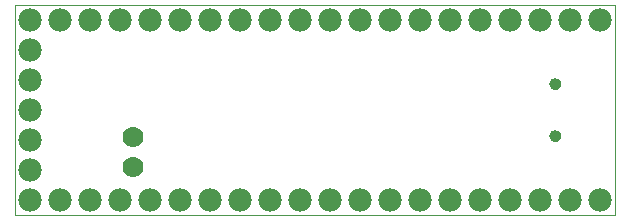
<source format=gbs>
G75*
G70*
%OFA0B0*%
%FSLAX24Y24*%
%IPPOS*%
%LPD*%
%AMOC8*
5,1,8,0,0,1.08239X$1,22.5*
%
%ADD10C,0.0000*%
%ADD11C,0.0394*%
%ADD12C,0.0700*%
%ADD13C,0.0780*%
D10*
X001050Y000150D02*
X001050Y007150D01*
X021050Y007150D01*
X021050Y000150D01*
X001050Y000150D01*
X018873Y002784D02*
X018875Y002810D01*
X018881Y002836D01*
X018891Y002861D01*
X018904Y002884D01*
X018920Y002904D01*
X018940Y002922D01*
X018962Y002937D01*
X018985Y002949D01*
X019011Y002957D01*
X019037Y002961D01*
X019063Y002961D01*
X019089Y002957D01*
X019115Y002949D01*
X019139Y002937D01*
X019160Y002922D01*
X019180Y002904D01*
X019196Y002884D01*
X019209Y002861D01*
X019219Y002836D01*
X019225Y002810D01*
X019227Y002784D01*
X019225Y002758D01*
X019219Y002732D01*
X019209Y002707D01*
X019196Y002684D01*
X019180Y002664D01*
X019160Y002646D01*
X019138Y002631D01*
X019115Y002619D01*
X019089Y002611D01*
X019063Y002607D01*
X019037Y002607D01*
X019011Y002611D01*
X018985Y002619D01*
X018961Y002631D01*
X018940Y002646D01*
X018920Y002664D01*
X018904Y002684D01*
X018891Y002707D01*
X018881Y002732D01*
X018875Y002758D01*
X018873Y002784D01*
X018873Y004516D02*
X018875Y004542D01*
X018881Y004568D01*
X018891Y004593D01*
X018904Y004616D01*
X018920Y004636D01*
X018940Y004654D01*
X018962Y004669D01*
X018985Y004681D01*
X019011Y004689D01*
X019037Y004693D01*
X019063Y004693D01*
X019089Y004689D01*
X019115Y004681D01*
X019139Y004669D01*
X019160Y004654D01*
X019180Y004636D01*
X019196Y004616D01*
X019209Y004593D01*
X019219Y004568D01*
X019225Y004542D01*
X019227Y004516D01*
X019225Y004490D01*
X019219Y004464D01*
X019209Y004439D01*
X019196Y004416D01*
X019180Y004396D01*
X019160Y004378D01*
X019138Y004363D01*
X019115Y004351D01*
X019089Y004343D01*
X019063Y004339D01*
X019037Y004339D01*
X019011Y004343D01*
X018985Y004351D01*
X018961Y004363D01*
X018940Y004378D01*
X018920Y004396D01*
X018904Y004416D01*
X018891Y004439D01*
X018881Y004464D01*
X018875Y004490D01*
X018873Y004516D01*
D11*
X019050Y004516D03*
X019050Y002784D03*
D12*
X004990Y002730D03*
X004990Y001730D03*
D13*
X004550Y000650D03*
X003550Y000650D03*
X002550Y000650D03*
X001550Y000650D03*
X001550Y001650D03*
X001550Y002650D03*
X001550Y003650D03*
X001550Y004650D03*
X001550Y005650D03*
X001550Y006650D03*
X002550Y006650D03*
X003550Y006650D03*
X004550Y006650D03*
X005550Y006650D03*
X006550Y006650D03*
X007550Y006650D03*
X008550Y006650D03*
X009550Y006650D03*
X010550Y006650D03*
X011550Y006650D03*
X012550Y006650D03*
X013550Y006650D03*
X014550Y006650D03*
X015550Y006650D03*
X016550Y006650D03*
X017550Y006650D03*
X018550Y006650D03*
X019550Y006650D03*
X020550Y006650D03*
X020550Y000650D03*
X019550Y000650D03*
X018550Y000650D03*
X017550Y000650D03*
X016550Y000650D03*
X015550Y000650D03*
X014550Y000650D03*
X013550Y000650D03*
X012550Y000650D03*
X011550Y000650D03*
X010550Y000650D03*
X009550Y000650D03*
X008550Y000650D03*
X007550Y000650D03*
X006550Y000650D03*
X005550Y000650D03*
M02*

</source>
